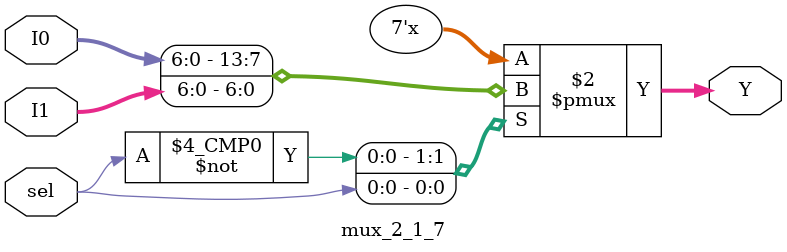
<source format=v>
`timescale 1ns / 1ps


module mux_2_1_7(
    input [6:0] I0,
    input [6:0] I1,
    input sel,
    output reg [6:0] Y
    );
    
    always @(*) begin
        case(sel)
            1'b0: Y = I0;
            1'b1: Y = I1;
        endcase
    end
    
    
endmodule

</source>
